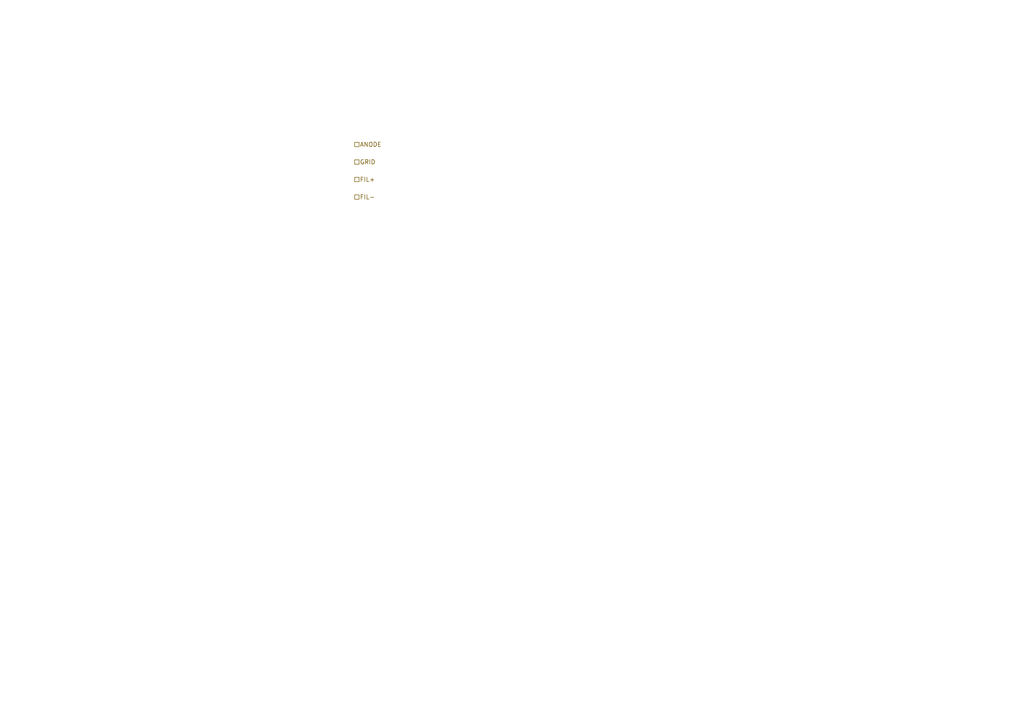
<source format=kicad_sch>
(kicad_sch
	(version 20231120)
	(generator "eeschema")
	(generator_version "8.0")
	(uuid "4217a151-8a21-41e6-8738-6cd396529ac5")
	(paper "A4")
	(lib_symbols)
	(hierarchical_label "FIL-"
		(shape passive)
		(at 102.87 57.15 0)
		(fields_autoplaced yes)
		(effects
			(font
				(size 1.27 1.27)
			)
			(justify left)
		)
		(uuid "84651f85-dbfd-4c2f-9861-1f30e49bfaf2")
	)
	(hierarchical_label "ANODE"
		(shape passive)
		(at 102.87 41.91 0)
		(fields_autoplaced yes)
		(effects
			(font
				(size 1.27 1.27)
			)
			(justify left)
		)
		(uuid "a2ab9fd5-a0d3-4aa0-94f8-138d4490862b")
	)
	(hierarchical_label "FIL+"
		(shape passive)
		(at 102.87 52.07 0)
		(fields_autoplaced yes)
		(effects
			(font
				(size 1.27 1.27)
			)
			(justify left)
		)
		(uuid "d4245367-3ba5-45dc-b48b-358ea6aafbf5")
	)
	(hierarchical_label "GRID"
		(shape passive)
		(at 102.87 46.99 0)
		(fields_autoplaced yes)
		(effects
			(font
				(size 1.27 1.27)
			)
			(justify left)
		)
		(uuid "d480b290-8d78-4c31-b29a-f47df69c5b33")
	)
)

</source>
